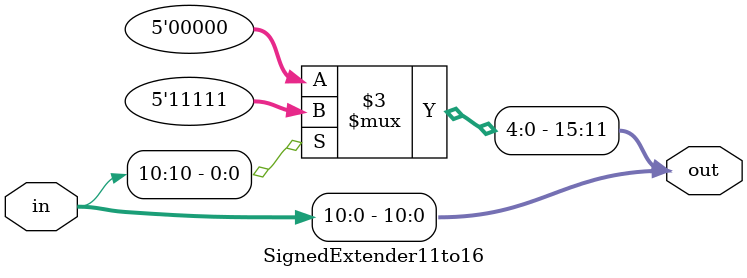
<source format=v>
`timescale 1ns / 1ps


module SignedExtender11to16(
    input [10:0] in,
    output reg [15:0] out
    );

    always @(*) begin
        out[10:0] = in[10:0];
        if(in[10])
            out[15:11] = 11'b11111;
        else
            out[15:11] = 0;
    end
endmodule

</source>
